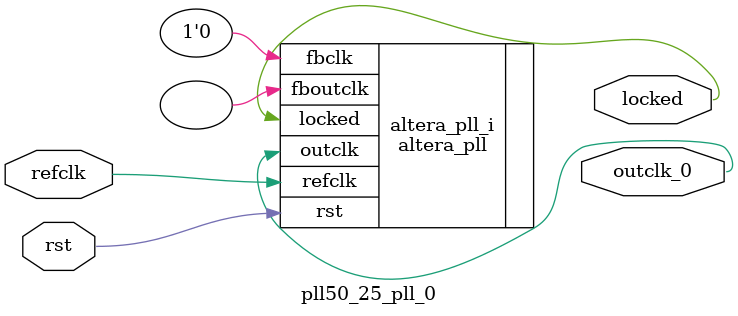
<source format=v>
`timescale 1ns/10ps
module  pll50_25_pll_0(

	// interface 'refclk'
	input wire refclk,

	// interface 'reset'
	input wire rst,

	// interface 'outclk0'
	output wire outclk_0,

	// interface 'locked'
	output wire locked
);

	altera_pll #(
		.fractional_vco_multiplier("false"),
		.reference_clock_frequency("50.0 MHz"),
		.operation_mode("direct"),
		.number_of_clocks(1),
		.output_clock_frequency0("25.000000 MHz"),
		.phase_shift0("0 ps"),
		.duty_cycle0(50),
		.output_clock_frequency1("0 MHz"),
		.phase_shift1("0 ps"),
		.duty_cycle1(50),
		.output_clock_frequency2("0 MHz"),
		.phase_shift2("0 ps"),
		.duty_cycle2(50),
		.output_clock_frequency3("0 MHz"),
		.phase_shift3("0 ps"),
		.duty_cycle3(50),
		.output_clock_frequency4("0 MHz"),
		.phase_shift4("0 ps"),
		.duty_cycle4(50),
		.output_clock_frequency5("0 MHz"),
		.phase_shift5("0 ps"),
		.duty_cycle5(50),
		.output_clock_frequency6("0 MHz"),
		.phase_shift6("0 ps"),
		.duty_cycle6(50),
		.output_clock_frequency7("0 MHz"),
		.phase_shift7("0 ps"),
		.duty_cycle7(50),
		.output_clock_frequency8("0 MHz"),
		.phase_shift8("0 ps"),
		.duty_cycle8(50),
		.output_clock_frequency9("0 MHz"),
		.phase_shift9("0 ps"),
		.duty_cycle9(50),
		.output_clock_frequency10("0 MHz"),
		.phase_shift10("0 ps"),
		.duty_cycle10(50),
		.output_clock_frequency11("0 MHz"),
		.phase_shift11("0 ps"),
		.duty_cycle11(50),
		.output_clock_frequency12("0 MHz"),
		.phase_shift12("0 ps"),
		.duty_cycle12(50),
		.output_clock_frequency13("0 MHz"),
		.phase_shift13("0 ps"),
		.duty_cycle13(50),
		.output_clock_frequency14("0 MHz"),
		.phase_shift14("0 ps"),
		.duty_cycle14(50),
		.output_clock_frequency15("0 MHz"),
		.phase_shift15("0 ps"),
		.duty_cycle15(50),
		.output_clock_frequency16("0 MHz"),
		.phase_shift16("0 ps"),
		.duty_cycle16(50),
		.output_clock_frequency17("0 MHz"),
		.phase_shift17("0 ps"),
		.duty_cycle17(50),
		.pll_type("General"),
		.pll_subtype("General")
	) altera_pll_i (
		.rst	(rst),
		.outclk	({outclk_0}),
		.locked	(locked),
		.fboutclk	( ),
		.fbclk	(1'b0),
		.refclk	(refclk)
	);
endmodule


</source>
